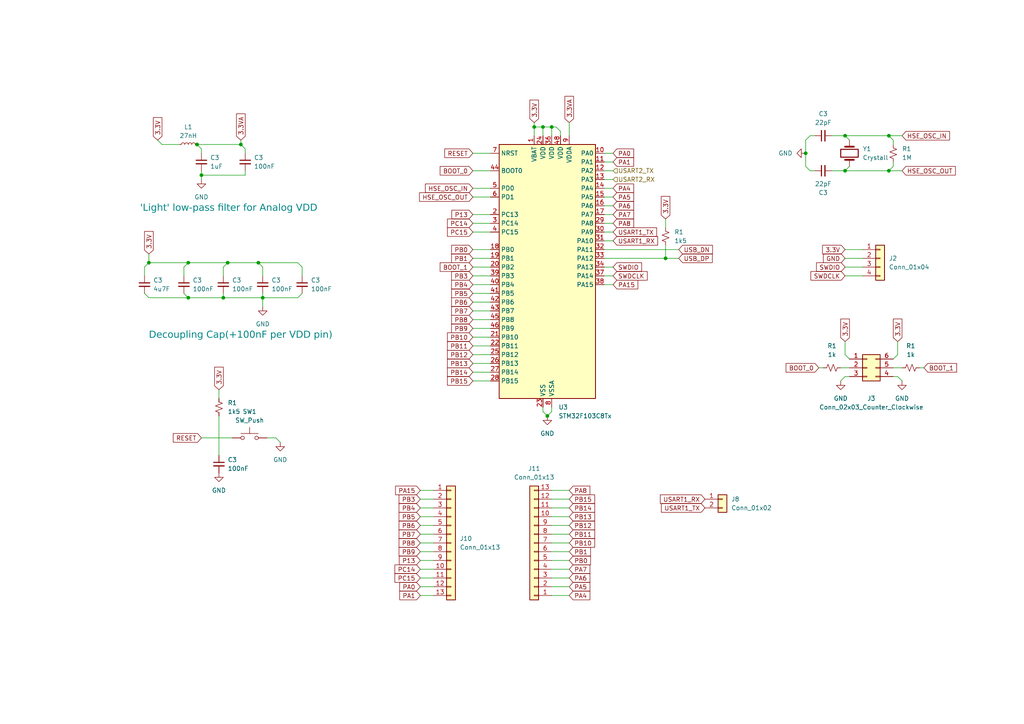
<source format=kicad_sch>
(kicad_sch (version 20230121) (generator eeschema)
  (paper "A4")
  (lib_symbols
    (symbol "Connector_Generic:Conn_01x02" (pin_names (offset 1.016) hide)
      (property "Reference" "J" (at 0 2.54 0))
      (property "Value" "Conn_01x02" (at 0 -5.08 0))
      (symbol "Conn_01x02_1_1"
        (rectangle (start -1.27 -2.413) (end 0 -2.667) (stroke (width 0.1524)))
        (rectangle (start -1.27 0.127) (end 0 -0.127) (stroke (width 0.1524)))
        (rectangle (start -1.27 1.27) (end 1.27 -3.81) (stroke (width 0.254)) (fill (type background)))
        (pin passive line (at -5.08 0 0) (length 3.81) (name "Pin_1") (number "1"))
        (pin passive line (at -5.08 -2.54 0) (length 3.81) (name "Pin_2") (number "2"))
      )
    )
    (symbol "Connector_Generic:Conn_01x04" (pin_names (offset 1.016) hide)
      (property "Reference" "J" (at 0 5.08 0))
      (property "Value" "Conn_01x04" (at 0 -7.62 0))
      (symbol "Conn_01x04_1_1"
        (rectangle (start -1.27 -4.953) (end 0 -5.207) (stroke (width 0.1524)))
        (rectangle (start -1.27 -2.413) (end 0 -2.667) (stroke (width 0.1524)))
        (rectangle (start -1.27 0.127) (end 0 -0.127) (stroke (width 0.1524)))
        (rectangle (start -1.27 2.667) (end 0 2.413) (stroke (width 0.1524)))
        (rectangle (start -1.27 3.81) (end 1.27 -6.35) (stroke (width 0.254)) (fill (type background)))
        (pin passive line (at -5.08 2.54 0) (length 3.81) (name "Pin_1") (number "1"))
        (pin passive line (at -5.08 0 0) (length 3.81) (name "Pin_2") (number "2"))
        (pin passive line (at -5.08 -2.54 0) (length 3.81) (name "Pin_3") (number "3"))
        (pin passive line (at -5.08 -5.08 0) (length 3.81) (name "Pin_4") (number "4"))
      )
    )
    (symbol "Connector_Generic:Conn_01x13" (pin_names (offset 1.016) hide)
      (property "Reference" "J" (at 0 17.78 0))
      (property "Value" "Conn_01x13" (at 0 -17.78 0))
      (symbol "Conn_01x13_1_1"
        (rectangle (start -1.27 -15.113) (end 0 -15.367) (stroke (width 0.1524)))
        (rectangle (start -1.27 -12.573) (end 0 -12.827) (stroke (width 0.1524)))
        (rectangle (start -1.27 -10.033) (end 0 -10.287) (stroke (width 0.1524)))
        (rectangle (start -1.27 -7.493) (end 0 -7.747) (stroke (width 0.1524)))
        (rectangle (start -1.27 -4.953) (end 0 -5.207) (stroke (width 0.1524)))
        (rectangle (start -1.27 -2.413) (end 0 -2.667) (stroke (width 0.1524)))
        (rectangle (start -1.27 0.127) (end 0 -0.127) (stroke (width 0.1524)))
        (rectangle (start -1.27 2.667) (end 0 2.413) (stroke (width 0.1524)))
        (rectangle (start -1.27 5.207) (end 0 4.953) (stroke (width 0.1524)))
        (rectangle (start -1.27 7.747) (end 0 7.493) (stroke (width 0.1524)))
        (rectangle (start -1.27 10.287) (end 0 10.033) (stroke (width 0.1524)))
        (rectangle (start -1.27 12.827) (end 0 12.573) (stroke (width 0.1524)))
        (rectangle (start -1.27 15.367) (end 0 15.113) (stroke (width 0.1524)))
        (rectangle (start -1.27 16.51) (end 1.27 -16.51) (stroke (width 0.254)) (fill (type background)))
        (pin passive line (at -5.08 15.24 0) (length 3.81) (name "Pin_1") (number "1"))
        (pin passive line (at -5.08 -7.62 0) (length 3.81) (name "Pin_10") (number "10"))
        (pin passive line (at -5.08 -10.16 0) (length 3.81) (name "Pin_11") (number "11"))
        (pin passive line (at -5.08 -12.7 0) (length 3.81) (name "Pin_12") (number "12"))
        (pin passive line (at -5.08 -15.24 0) (length 3.81) (name "Pin_13") (number "13"))
        (pin passive line (at -5.08 12.7 0) (length 3.81) (name "Pin_2") (number "2"))
        (pin passive line (at -5.08 10.16 0) (length 3.81) (name "Pin_3") (number "3"))
        (pin passive line (at -5.08 7.62 0) (length 3.81) (name "Pin_4") (number "4"))
        (pin passive line (at -5.08 5.08 0) (length 3.81) (name "Pin_5") (number "5"))
        (pin passive line (at -5.08 2.54 0) (length 3.81) (name "Pin_6") (number "6"))
        (pin passive line (at -5.08 0 0) (length 3.81) (name "Pin_7") (number "7"))
        (pin passive line (at -5.08 -2.54 0) (length 3.81) (name "Pin_8") (number "8"))
        (pin passive line (at -5.08 -5.08 0) (length 3.81) (name "Pin_9") (number "9"))
      )
    )
    (symbol "Connector_Generic:Conn_02x03_Counter_Clockwise" (pin_names (offset 1.016) hide)
      (property "Reference" "J" (at 1.27 5.08 0))
      (property "Value" "Conn_02x03_Counter_Clockwise" (at 1.27 -5.08 0))
      (symbol "Conn_02x03_Counter_Clockwise_1_1"
        (rectangle (start -1.27 -2.413) (end 0 -2.667) (stroke (width 0.1524)))
        (rectangle (start -1.27 0.127) (end 0 -0.127) (stroke (width 0.1524)))
        (rectangle (start -1.27 2.667) (end 0 2.413) (stroke (width 0.1524)))
        (rectangle (start -1.27 3.81) (end 3.81 -3.81) (stroke (width 0.254)) (fill (type background)))
        (rectangle (start 3.81 -2.413) (end 2.54 -2.667) (stroke (width 0.1524)))
        (rectangle (start 3.81 0.127) (end 2.54 -0.127) (stroke (width 0.1524)))
        (rectangle (start 3.81 2.667) (end 2.54 2.413) (stroke (width 0.1524)))
        (pin passive line (at -5.08 2.54 0) (length 3.81) (name "Pin_1") (number "1"))
        (pin passive line (at -5.08 0 0) (length 3.81) (name "Pin_2") (number "2"))
        (pin passive line (at -5.08 -2.54 0) (length 3.81) (name "Pin_3") (number "3"))
        (pin passive line (at 7.62 -2.54 180) (length 3.81) (name "Pin_4") (number "4"))
        (pin passive line (at 7.62 0 180) (length 3.81) (name "Pin_5") (number "5"))
        (pin passive line (at 7.62 2.54 180) (length 3.81) (name "Pin_6") (number "6"))
      )
    )
    (symbol "Device:C_Small" (pin_numbers hide) (pin_names (offset 0.254) hide)
      (property "Reference" "C" (at 0.254 1.778 0))
      (property "Value" "C_Small" (at 0.254 -2.032 0))
      (symbol "C_Small_0_1"
        (polyline (pts (xy -1.524 -0.508) (xy 1.524 -0.508)) (stroke (width 0.3302)))
        (polyline (pts (xy -1.524 0.508) (xy 1.524 0.508)) (stroke (width 0.3048)))
      )
      (symbol "C_Small_1_1"
        (pin passive line (at 0 2.54 270) (length 2.032) (name "~") (number "1"))
        (pin passive line (at 0 -2.54 90) (length 2.032) (name "~") (number "2"))
      )
    )
    (symbol "Device:Crystal" (pin_numbers hide) (pin_names (offset 1.016) hide)
      (property "Reference" "Y" (at 0 3.81 0))
      (property "Value" "Crystal" (at 0 -3.81 0))
      (symbol "Crystal_0_1"
        (rectangle (start -1.143 2.54) (end 1.143 -2.54) (stroke (width 0.3048)))
        (polyline (pts (xy -2.54 0) (xy -1.905 0)))
        (polyline (pts (xy -1.905 -1.27) (xy -1.905 1.27)) (stroke (width 0.508)))
        (polyline (pts (xy 1.905 -1.27) (xy 1.905 1.27)) (stroke (width 0.508)))
        (polyline (pts (xy 2.54 0) (xy 1.905 0)))
      )
      (symbol "Crystal_1_1"
        (pin passive line (at -3.81 0 0) (length 1.27) (name "1") (number "1"))
        (pin passive line (at 3.81 0 180) (length 1.27) (name "2") (number "2"))
      )
    )
    (symbol "Device:L_Small" (pin_numbers hide) (pin_names (offset 0.254) hide)
      (property "Reference" "L" (at 0.762 1.016 0))
      (property "Value" "L_Small" (at 0.762 -1.016 0))
      (symbol "L_Small_0_1"
        (arc (start 0 -2.032) (mid 0.5058 -1.524) (end 0 -1.016))
        (arc (start 0 -1.016) (mid 0.5058 -0.508) (end 0 0))
        (arc (start 0 0) (mid 0.5058 0.508) (end 0 1.016))
        (arc (start 0 1.016) (mid 0.5058 1.524) (end 0 2.032))
      )
      (symbol "L_Small_1_1"
        (pin passive line (at 0 2.54 270) (length 0.508) (name "~") (number "1"))
        (pin passive line (at 0 -2.54 90) (length 0.508) (name "~") (number "2"))
      )
    )
    (symbol "Device:R_Small_US" (pin_numbers hide) (pin_names (offset 0.254) hide)
      (property "Reference" "R" (at 0.762 0.508 0))
      (property "Value" "R_Small_US" (at 0.762 -1.016 0))
      (symbol "R_Small_US_1_1"
        (polyline (pts (xy 0 0) (xy 1.016 -0.381) (xy 0 -0.762) (xy -1.016 -1.143) (xy 0 -1.524)))
        (polyline (pts (xy 0 1.524) (xy 1.016 1.143) (xy 0 0.762) (xy -1.016 0.381) (xy 0 0)))
        (pin passive line (at 0 2.54 270) (length 1.016) (name "~") (number "1"))
        (pin passive line (at 0 -2.54 90) (length 1.016) (name "~") (number "2"))
      )
    )
    (symbol "MCU_ST_STM32F1:STM32F103C8Tx"
      (property "Reference" "U" (at -12.7 39.37 0))
      (property "Value" "STM32F103C8Tx" (at 10.16 39.37 0))
      (symbol "STM32F103C8Tx_0_1"
        (rectangle (start -12.7 -35.56) (end 15.24 38.1) (stroke (width 0.254)) (fill (type background)))
      )
      (symbol "STM32F103C8Tx_1_1"
        (pin power_in line (at -2.54 40.64 270) (length 2.54) (name "VBAT") (number "1"))
        (pin bidirectional line (at 17.78 35.56 180) (length 2.54) (name "PA0") (number "10"))
        (pin bidirectional line (at 17.78 33.02 180) (length 2.54) (name "PA1") (number "11"))
        (pin bidirectional line (at 17.78 30.48 180) (length 2.54) (name "PA2") (number "12"))
        (pin bidirectional line (at 17.78 27.94 180) (length 2.54) (name "PA3") (number "13"))
        (pin bidirectional line (at 17.78 25.4 180) (length 2.54) (name "PA4") (number "14"))
        (pin bidirectional line (at 17.78 22.86 180) (length 2.54) (name "PA5") (number "15"))
        (pin bidirectional line (at 17.78 20.32 180) (length 2.54) (name "PA6") (number "16"))
        (pin bidirectional line (at 17.78 17.78 180) (length 2.54) (name "PA7") (number "17"))
        (pin bidirectional line (at -15.24 7.62 0) (length 2.54) (name "PB0") (number "18"))
        (pin bidirectional line (at -15.24 5.08 0) (length 2.54) (name "PB1") (number "19"))
        (pin bidirectional line (at -15.24 17.78 0) (length 2.54) (name "PC13") (number "2"))
        (pin bidirectional line (at -15.24 2.54 0) (length 2.54) (name "PB2") (number "20"))
        (pin bidirectional line (at -15.24 -17.78 0) (length 2.54) (name "PB10") (number "21"))
        (pin bidirectional line (at -15.24 -20.32 0) (length 2.54) (name "PB11") (number "22"))
        (pin power_in line (at 0 -38.1 90) (length 2.54) (name "VSS") (number "23"))
        (pin power_in line (at 0 40.64 270) (length 2.54) (name "VDD") (number "24"))
        (pin bidirectional line (at -15.24 -22.86 0) (length 2.54) (name "PB12") (number "25"))
        (pin bidirectional line (at -15.24 -25.4 0) (length 2.54) (name "PB13") (number "26"))
        (pin bidirectional line (at -15.24 -27.94 0) (length 2.54) (name "PB14") (number "27"))
        (pin bidirectional line (at -15.24 -30.48 0) (length 2.54) (name "PB15") (number "28"))
        (pin bidirectional line (at 17.78 15.24 180) (length 2.54) (name "PA8") (number "29"))
        (pin bidirectional line (at -15.24 15.24 0) (length 2.54) (name "PC14") (number "3"))
        (pin bidirectional line (at 17.78 12.7 180) (length 2.54) (name "PA9") (number "30"))
        (pin bidirectional line (at 17.78 10.16 180) (length 2.54) (name "PA10") (number "31"))
        (pin bidirectional line (at 17.78 7.62 180) (length 2.54) (name "PA11") (number "32"))
        (pin bidirectional line (at 17.78 5.08 180) (length 2.54) (name "PA12") (number "33"))
        (pin bidirectional line (at 17.78 2.54 180) (length 2.54) (name "PA13") (number "34"))
        (pin passive line (at 0 -38.1 90) (length 2.54) hide (name "VSS") (number "35"))
        (pin power_in line (at 2.54 40.64 270) (length 2.54) (name "VDD") (number "36"))
        (pin bidirectional line (at 17.78 0 180) (length 2.54) (name "PA14") (number "37"))
        (pin bidirectional line (at 17.78 -2.54 180) (length 2.54) (name "PA15") (number "38"))
        (pin bidirectional line (at -15.24 0 0) (length 2.54) (name "PB3") (number "39"))
        (pin bidirectional line (at -15.24 12.7 0) (length 2.54) (name "PC15") (number "4"))
        (pin bidirectional line (at -15.24 -2.54 0) (length 2.54) (name "PB4") (number "40"))
        (pin bidirectional line (at -15.24 -5.08 0) (length 2.54) (name "PB5") (number "41"))
        (pin bidirectional line (at -15.24 -7.62 0) (length 2.54) (name "PB6") (number "42"))
        (pin bidirectional line (at -15.24 -10.16 0) (length 2.54) (name "PB7") (number "43"))
        (pin input line (at -15.24 30.48 0) (length 2.54) (name "BOOT0") (number "44"))
        (pin bidirectional line (at -15.24 -12.7 0) (length 2.54) (name "PB8") (number "45"))
        (pin bidirectional line (at -15.24 -15.24 0) (length 2.54) (name "PB9") (number "46"))
        (pin passive line (at 0 -38.1 90) (length 2.54) hide (name "VSS") (number "47"))
        (pin power_in line (at 5.08 40.64 270) (length 2.54) (name "VDD") (number "48"))
        (pin bidirectional line (at -15.24 25.4 0) (length 2.54) (name "PD0") (number "5"))
        (pin bidirectional line (at -15.24 22.86 0) (length 2.54) (name "PD1") (number "6"))
        (pin input line (at -15.24 35.56 0) (length 2.54) (name "NRST") (number "7"))
        (pin power_in line (at 2.54 -38.1 90) (length 2.54) (name "VSSA") (number "8"))
        (pin power_in line (at 7.62 40.64 270) (length 2.54) (name "VDDA") (number "9"))
      )
    )
    (symbol "Switch:SW_Push" (pin_numbers hide) (pin_names (offset 1.016) hide)
      (property "Reference" "SW" (at 1.27 2.54 0))
      (property "Value" "SW_Push" (at 0 -1.524 0))
      (symbol "SW_Push_0_1"
        (circle (center -2.032 0) (radius 0.508))
        (polyline (pts (xy 0 1.27) (xy 0 3.048)))
        (polyline (pts (xy 2.54 1.27) (xy -2.54 1.27)))
        (circle (center 2.032 0) (radius 0.508))
        (pin passive line (at -5.08 0 0) (length 2.54) (name "1") (number "1"))
        (pin passive line (at 5.08 0 180) (length 2.54) (name "2") (number "2"))
      )
    )
    (symbol "power:GND" (power) (pin_names (offset 0))
      (property "Value" "GND" (at 0 -3.81 0))
      (symbol "GND_0_1"
        (polyline (pts (xy 0 0) (xy 0 -1.27) (xy 1.27 -1.27) (xy 0 -2.54) (xy -1.27 -1.27) (xy 0 -1.27)))
      )
      (symbol "GND_1_1"
        (pin power_in line (at 0 0 270) (length 0) hide (name "GND") (number "1"))
      )
    )
  )
  (junction (at 257.81 49.53))
  (junction (at 54.61 76.2))
  (junction (at 257.81 39.37))
  (junction (at 74.93 76.2))
  (junction (at 66.04 76.2))
  (junction (at 154.94 36.83))
  (junction (at 43.18 76.2))
  (junction (at 160.02 36.83))
  (junction (at 64.77 86.36))
  (junction (at 193.04 74.93))
  (junction (at 54.61 86.36))
  (junction (at 58.42 50.8))
  (junction (at 245.11 39.37))
  (junction (at 157.48 36.83))
  (junction (at 57.15 41.91))
  (junction (at 76.2 86.36))
  (junction (at 69.85 41.91))
  (junction (at 245.11 49.53))
  (junction (at 158.75 120.65))
  (junction (at 233.68 44.45))
  (wire (pts (xy 160.02 167.64) (xy 165.1 167.64)))
  (wire (pts (xy 121.92 144.78) (xy 125.73 144.78)))
  (wire (pts (xy 121.92 172.72) (xy 125.73 172.72)))
  (wire (pts (xy 63.5 113.03) (xy 63.5 115.57)))
  (wire (pts (xy 45.72 40.64) (xy 46.99 41.91)))
  (wire (pts (xy 257.81 49.53) (xy 259.08 48.26)))
  (wire (pts (xy 246.38 40.64) (xy 245.11 39.37)))
  (wire (pts (xy 121.92 170.18) (xy 125.73 170.18)))
  (wire (pts (xy 121.92 162.56) (xy 125.73 162.56)))
  (wire (pts (xy 64.77 77.47) (xy 66.04 76.2)))
  (wire (pts (xy 137.16 85.09) (xy 142.24 85.09)))
  (wire (pts (xy 160.02 36.83) (xy 160.02 39.37)))
  (wire (pts (xy 160.02 144.78) (xy 165.1 144.78)))
  (wire (pts (xy 54.61 86.36) (xy 64.77 86.36)))
  (wire (pts (xy 157.48 36.83) (xy 157.48 39.37)))
  (wire (pts (xy 58.42 50.8) (xy 71.12 50.8)))
  (wire (pts (xy 160.02 154.94) (xy 165.1 154.94)))
  (wire (pts (xy 137.16 100.33) (xy 142.24 100.33)))
  (wire (pts (xy 259.08 106.68) (xy 261.62 106.68)))
  (wire (pts (xy 245.11 39.37) (xy 257.81 39.37)))
  (wire (pts (xy 154.94 36.83) (xy 157.48 36.83)))
  (wire (pts (xy 71.12 43.18) (xy 71.12 44.45)))
  (wire (pts (xy 241.3 39.37) (xy 245.11 39.37)))
  (wire (pts (xy 160.02 152.4) (xy 165.1 152.4)))
  (wire (pts (xy 137.16 90.17) (xy 142.24 90.17)))
  (wire (pts (xy 76.2 86.36) (xy 86.36 86.36)))
  (wire (pts (xy 193.04 63.5) (xy 193.04 66.04)))
  (wire (pts (xy 175.26 57.15) (xy 177.8 57.15)))
  (wire (pts (xy 175.26 46.99) (xy 177.8 46.99)))
  (wire (pts (xy 137.16 49.53) (xy 142.24 49.53)))
  (wire (pts (xy 63.5 120.65) (xy 63.5 132.08)))
  (wire (pts (xy 41.91 77.47) (xy 43.18 76.2)))
  (wire (pts (xy 259.08 40.64) (xy 259.08 41.91)))
  (wire (pts (xy 137.16 72.39) (xy 142.24 72.39)))
  (wire (pts (xy 53.34 77.47) (xy 54.61 76.2)))
  (wire (pts (xy 160.02 170.18) (xy 165.1 170.18)))
  (wire (pts (xy 137.16 77.47) (xy 142.24 77.47)))
  (wire (pts (xy 175.26 77.47) (xy 177.8 77.47)))
  (wire (pts (xy 69.85 40.64) (xy 69.85 41.91)))
  (wire (pts (xy 137.16 107.95) (xy 142.24 107.95)))
  (wire (pts (xy 233.68 44.45) (xy 233.68 48.26)))
  (wire (pts (xy 234.95 49.53) (xy 236.22 49.53)))
  (wire (pts (xy 175.26 44.45) (xy 177.8 44.45)))
  (wire (pts (xy 64.77 86.36) (xy 76.2 86.36)))
  (wire (pts (xy 193.04 74.93) (xy 196.85 74.93)))
  (wire (pts (xy 157.48 119.38) (xy 158.75 120.65)))
  (wire (pts (xy 162.56 38.1) (xy 161.29 36.83)))
  (wire (pts (xy 43.18 76.2) (xy 54.61 76.2)))
  (wire (pts (xy 162.56 38.1) (xy 162.56 39.37)))
  (wire (pts (xy 87.63 77.47) (xy 87.63 80.01)))
  (wire (pts (xy 175.26 52.07) (xy 177.8 52.07)))
  (wire (pts (xy 175.26 54.61) (xy 177.8 54.61)))
  (wire (pts (xy 53.34 77.47) (xy 53.34 80.01)))
  (wire (pts (xy 57.15 41.91) (xy 58.42 43.18)))
  (wire (pts (xy 245.11 109.22) (xy 246.38 109.22)))
  (wire (pts (xy 165.1 35.56) (xy 165.1 39.37)))
  (wire (pts (xy 259.08 109.22) (xy 260.35 109.22)))
  (wire (pts (xy 64.77 80.01) (xy 64.77 77.47)))
  (wire (pts (xy 58.42 50.8) (xy 58.42 52.07)))
  (wire (pts (xy 257.81 39.37) (xy 259.08 40.64)))
  (wire (pts (xy 241.3 49.53) (xy 245.11 49.53)))
  (wire (pts (xy 137.16 95.25) (xy 142.24 95.25)))
  (wire (pts (xy 121.92 157.48) (xy 125.73 157.48)))
  (wire (pts (xy 237.49 106.68) (xy 238.76 106.68)))
  (wire (pts (xy 76.2 86.36) (xy 76.2 88.9)))
  (wire (pts (xy 154.94 35.56) (xy 154.94 36.83)))
  (wire (pts (xy 76.2 80.01) (xy 76.2 77.47)))
  (wire (pts (xy 86.36 76.2) (xy 87.63 77.47)))
  (wire (pts (xy 58.42 127) (xy 67.31 127)))
  (wire (pts (xy 261.62 49.53) (xy 257.81 49.53)))
  (wire (pts (xy 137.16 54.61) (xy 142.24 54.61)))
  (wire (pts (xy 137.16 44.45) (xy 142.24 44.45)))
  (wire (pts (xy 137.16 92.71) (xy 142.24 92.71)))
  (wire (pts (xy 245.11 109.22) (xy 243.84 110.49)))
  (wire (pts (xy 175.26 80.01) (xy 177.8 80.01)))
  (wire (pts (xy 175.26 59.69) (xy 177.8 59.69)))
  (wire (pts (xy 260.35 102.87) (xy 259.08 104.14)))
  (wire (pts (xy 260.35 109.22) (xy 261.62 110.49)))
  (wire (pts (xy 245.11 74.93) (xy 250.19 74.93)))
  (wire (pts (xy 160.02 160.02) (xy 165.1 160.02)))
  (wire (pts (xy 234.95 39.37) (xy 233.68 40.64)))
  (wire (pts (xy 267.97 106.68) (xy 266.7 106.68)))
  (wire (pts (xy 175.26 62.23) (xy 177.8 62.23)))
  (wire (pts (xy 57.15 41.91) (xy 69.85 41.91)))
  (wire (pts (xy 160.02 157.48) (xy 165.1 157.48)))
  (wire (pts (xy 245.11 49.53) (xy 257.81 49.53)))
  (wire (pts (xy 175.26 82.55) (xy 177.8 82.55)))
  (wire (pts (xy 245.11 77.47) (xy 250.19 77.47)))
  (wire (pts (xy 76.2 77.47) (xy 74.93 76.2)))
  (wire (pts (xy 233.68 40.64) (xy 233.68 44.45)))
  (wire (pts (xy 160.02 172.72) (xy 165.1 172.72)))
  (wire (pts (xy 121.92 154.94) (xy 125.73 154.94)))
  (wire (pts (xy 137.16 74.93) (xy 142.24 74.93)))
  (wire (pts (xy 121.92 167.64) (xy 125.73 167.64)))
  (wire (pts (xy 137.16 67.31) (xy 142.24 67.31)))
  (wire (pts (xy 175.26 49.53) (xy 177.8 49.53)))
  (wire (pts (xy 245.11 102.87) (xy 246.38 104.14)))
  (wire (pts (xy 137.16 110.49) (xy 142.24 110.49)))
  (wire (pts (xy 243.84 106.68) (xy 246.38 106.68)))
  (wire (pts (xy 80.01 127) (xy 81.28 128.27)))
  (wire (pts (xy 175.26 67.31) (xy 177.8 67.31)))
  (wire (pts (xy 137.16 64.77) (xy 142.24 64.77)))
  (wire (pts (xy 260.35 99.06) (xy 260.35 102.87)))
  (wire (pts (xy 160.02 165.1) (xy 165.1 165.1)))
  (wire (pts (xy 121.92 147.32) (xy 125.73 147.32)))
  (wire (pts (xy 245.11 72.39) (xy 250.19 72.39)))
  (wire (pts (xy 233.68 48.26) (xy 234.95 49.53)))
  (wire (pts (xy 71.12 49.53) (xy 71.12 50.8)))
  (wire (pts (xy 121.92 165.1) (xy 125.73 165.1)))
  (wire (pts (xy 245.11 99.06) (xy 245.11 102.87)))
  (wire (pts (xy 259.08 46.99) (xy 259.08 48.26)))
  (wire (pts (xy 58.42 49.53) (xy 58.42 50.8)))
  (wire (pts (xy 160.02 147.32) (xy 165.1 147.32)))
  (wire (pts (xy 175.26 69.85) (xy 177.8 69.85)))
  (wire (pts (xy 137.16 105.41) (xy 142.24 105.41)))
  (wire (pts (xy 160.02 118.11) (xy 160.02 119.38)))
  (wire (pts (xy 58.42 43.18) (xy 58.42 44.45)))
  (wire (pts (xy 246.38 48.26) (xy 245.11 49.53)))
  (wire (pts (xy 154.94 36.83) (xy 154.94 39.37)))
  (wire (pts (xy 137.16 82.55) (xy 142.24 82.55)))
  (wire (pts (xy 53.34 85.09) (xy 54.61 86.36)))
  (wire (pts (xy 245.11 80.01) (xy 250.19 80.01)))
  (wire (pts (xy 43.18 73.66) (xy 43.18 76.2)))
  (wire (pts (xy 76.2 85.09) (xy 76.2 86.36)))
  (wire (pts (xy 86.36 86.36) (xy 87.63 85.09)))
  (wire (pts (xy 121.92 160.02) (xy 125.73 160.02)))
  (wire (pts (xy 69.85 41.91) (xy 71.12 43.18)))
  (wire (pts (xy 121.92 149.86) (xy 125.73 149.86)))
  (wire (pts (xy 160.02 162.56) (xy 165.1 162.56)))
  (wire (pts (xy 74.93 76.2) (xy 86.36 76.2)))
  (wire (pts (xy 193.04 71.12) (xy 193.04 74.93)))
  (wire (pts (xy 77.47 127) (xy 80.01 127)))
  (wire (pts (xy 121.92 142.24) (xy 125.73 142.24)))
  (wire (pts (xy 54.61 76.2) (xy 66.04 76.2)))
  (wire (pts (xy 41.91 77.47) (xy 41.91 80.01)))
  (wire (pts (xy 160.02 142.24) (xy 165.1 142.24)))
  (wire (pts (xy 160.02 36.83) (xy 161.29 36.83)))
  (wire (pts (xy 175.26 74.93) (xy 193.04 74.93)))
  (wire (pts (xy 137.16 62.23) (xy 142.24 62.23)))
  (wire (pts (xy 236.22 39.37) (xy 234.95 39.37)))
  (wire (pts (xy 64.77 85.09) (xy 64.77 86.36)))
  (wire (pts (xy 41.91 85.09) (xy 43.18 86.36)))
  (wire (pts (xy 137.16 87.63) (xy 142.24 87.63)))
  (wire (pts (xy 137.16 80.01) (xy 142.24 80.01)))
  (wire (pts (xy 157.48 36.83) (xy 160.02 36.83)))
  (wire (pts (xy 175.26 64.77) (xy 177.8 64.77)))
  (wire (pts (xy 137.16 57.15) (xy 142.24 57.15)))
  (wire (pts (xy 43.18 86.36) (xy 54.61 86.36)))
  (wire (pts (xy 121.92 152.4) (xy 125.73 152.4)))
  (wire (pts (xy 160.02 149.86) (xy 165.1 149.86)))
  (wire (pts (xy 160.02 119.38) (xy 158.75 120.65)))
  (wire (pts (xy 261.62 39.37) (xy 257.81 39.37)))
  (wire (pts (xy 175.26 72.39) (xy 196.85 72.39)))
  (wire (pts (xy 157.48 118.11) (xy 157.48 119.38)))
  (wire (pts (xy 66.04 76.2) (xy 74.93 76.2)))
  (wire (pts (xy 137.16 102.87) (xy 142.24 102.87)))
  (wire (pts (xy 137.16 97.79) (xy 142.24 97.79)))
  (wire (pts (xy 46.99 41.91) (xy 52.07 41.91)))
  (text "Decoupling Cap(+100nF per VDD pin)\n" (at 43.18 99.06 0) (effects (font (size 2 2)) (justify left bottom)))
  (text "'Light' low-pass filter for Analog VDD" (at 40.64 62.23 0) (effects (font (size 2 2)) (justify left bottom)))
  (global_label "PB11" (shape input) (at 137.16 100.33 180) (property "Intersheetrefs" "${INTERSHEET_REFS}" (effects hide)))
  (global_label "PB13" (shape input) (at 137.16 105.41 180) (property "Intersheetrefs" "${INTERSHEET_REFS}" (effects hide)))
  (global_label "HSE_OSC_IN" (shape input) (at 261.62 39.37 0) (property "Intersheetrefs" "${INTERSHEET_REFS}" (effects hide)))
  (global_label "PB7" (shape input) (at 137.16 90.17 180) (property "Intersheetrefs" "${INTERSHEET_REFS}" (effects hide)))
  (global_label "PA7" (shape input) (at 165.1 165.1 0) (property "Intersheetrefs" "${INTERSHEET_REFS}" (effects hide)))
  (global_label "PB1" (shape input) (at 165.1 160.02 0) (property "Intersheetrefs" "${INTERSHEET_REFS}" (effects hide)))
  (global_label "3.3V" (shape input) (at 193.04 63.5 90) (property "Intersheetrefs" "${INTERSHEET_REFS}" (effects hide)))
  (global_label "RESET" (shape input) (at 137.16 44.45 180) (property "Intersheetrefs" "${INTERSHEET_REFS}" (effects hide)))
  (global_label "PB15" (shape input) (at 137.16 110.49 180) (property "Intersheetrefs" "${INTERSHEET_REFS}" (effects hide)))
  (global_label "3.3V" (shape input) (at 154.94 35.56 90) (property "Intersheetrefs" "${INTERSHEET_REFS}" (effects hide)))
  (global_label "RESET" (shape input) (at 58.42 127 180) (property "Intersheetrefs" "${INTERSHEET_REFS}" (effects hide)))
  (global_label "SWDCLK" (shape input) (at 245.11 80.01 180) (property "Intersheetrefs" "${INTERSHEET_REFS}" (effects hide)))
  (global_label "BOOT_0" (shape input) (at 237.49 106.68 180) (property "Intersheetrefs" "${INTERSHEET_REFS}" (effects hide)))
  (global_label "PB14" (shape input) (at 165.1 147.32 0) (property "Intersheetrefs" "${INTERSHEET_REFS}" (effects hide)))
  (global_label "PB0" (shape input) (at 165.1 162.56 0) (property "Intersheetrefs" "${INTERSHEET_REFS}" (effects hide)))
  (global_label "PA0" (shape input) (at 177.8 44.45 0) (property "Intersheetrefs" "${INTERSHEET_REFS}" (effects hide)))
  (global_label "USART1_TX" (shape input) (at 177.8 67.31 0) (property "Intersheetrefs" "${INTERSHEET_REFS}" (effects hide)))
  (global_label "3.3V" (shape input) (at 43.18 73.66 90) (property "Intersheetrefs" "${INTERSHEET_REFS}" (effects hide)))
  (global_label "PB13" (shape input) (at 165.1 149.86 0) (property "Intersheetrefs" "${INTERSHEET_REFS}" (effects hide)))
  (global_label "SWDCLK" (shape input) (at 177.8 80.01 0) (property "Intersheetrefs" "${INTERSHEET_REFS}" (effects hide)))
  (global_label "PB5" (shape input) (at 137.16 85.09 180) (property "Intersheetrefs" "${INTERSHEET_REFS}" (effects hide)))
  (global_label "PA4" (shape input) (at 165.1 172.72 0) (property "Intersheetrefs" "${INTERSHEET_REFS}" (effects hide)))
  (global_label "PC14" (shape input) (at 121.92 165.1 180) (property "Intersheetrefs" "${INTERSHEET_REFS}" (effects hide)))
  (global_label "PA8" (shape input) (at 165.1 142.24 0) (property "Intersheetrefs" "${INTERSHEET_REFS}" (effects hide)))
  (global_label "3.3V" (shape input) (at 260.35 99.06 90) (property "Intersheetrefs" "${INTERSHEET_REFS}" (effects hide)))
  (global_label "PB5" (shape input) (at 121.92 149.86 180) (property "Intersheetrefs" "${INTERSHEET_REFS}" (effects hide)))
  (global_label "PA0" (shape input) (at 121.92 170.18 180) (property "Intersheetrefs" "${INTERSHEET_REFS}" (effects hide)))
  (global_label "PB4" (shape input) (at 121.92 147.32 180) (property "Intersheetrefs" "${INTERSHEET_REFS}" (effects hide)))
  (global_label "GND" (shape input) (at 245.11 74.93 180) (property "Intersheetrefs" "${INTERSHEET_REFS}" (effects hide)))
  (global_label "PA1" (shape input) (at 121.92 172.72 180) (property "Intersheetrefs" "${INTERSHEET_REFS}" (effects hide)))
  (global_label "PC14" (shape input) (at 137.16 64.77 180) (property "Intersheetrefs" "${INTERSHEET_REFS}" (effects hide)))
  (global_label "PA6" (shape input) (at 165.1 167.64 0) (property "Intersheetrefs" "${INTERSHEET_REFS}" (effects hide)))
  (global_label "PC15" (shape input) (at 121.92 167.64 180) (property "Intersheetrefs" "${INTERSHEET_REFS}" (effects hide)))
  (global_label "PB0" (shape input) (at 137.16 72.39 180) (property "Intersheetrefs" "${INTERSHEET_REFS}" (effects hide)))
  (global_label "PA15" (shape input) (at 177.8 82.55 0) (property "Intersheetrefs" "${INTERSHEET_REFS}" (effects hide)))
  (global_label "PB8" (shape input) (at 121.92 157.48 180) (property "Intersheetrefs" "${INTERSHEET_REFS}" (effects hide)))
  (global_label "PB3" (shape input) (at 121.92 144.78 180) (property "Intersheetrefs" "${INTERSHEET_REFS}" (effects hide)))
  (global_label "P13" (shape input) (at 137.16 62.23 180) (property "Intersheetrefs" "${INTERSHEET_REFS}" (effects hide)))
  (global_label "PB9" (shape input) (at 121.92 160.02 180) (property "Intersheetrefs" "${INTERSHEET_REFS}" (effects hide)))
  (global_label "PA1" (shape input) (at 177.8 46.99 0) (property "Intersheetrefs" "${INTERSHEET_REFS}" (effects hide)))
  (global_label "PA6" (shape input) (at 177.8 59.69 0) (property "Intersheetrefs" "${INTERSHEET_REFS}" (effects hide)))
  (global_label "3.3VA" (shape input) (at 69.85 40.64 90) (property "Intersheetrefs" "${INTERSHEET_REFS}" (effects hide)))
  (global_label "PB8" (shape input) (at 137.16 92.71 180) (property "Intersheetrefs" "${INTERSHEET_REFS}" (effects hide)))
  (global_label "PB10" (shape input) (at 137.16 97.79 180) (property "Intersheetrefs" "${INTERSHEET_REFS}" (effects hide)))
  (global_label "HSE_OSC_IN" (shape input) (at 137.16 54.61 180) (property "Intersheetrefs" "${INTERSHEET_REFS}" (effects hide)))
  (global_label "PB1" (shape input) (at 137.16 74.93 180) (property "Intersheetrefs" "${INTERSHEET_REFS}" (effects hide)))
  (global_label "BOOT_1" (shape input) (at 137.16 77.47 180) (property "Intersheetrefs" "${INTERSHEET_REFS}" (effects hide)))
  (global_label "PA7" (shape input) (at 177.8 62.23 0) (property "Intersheetrefs" "${INTERSHEET_REFS}" (effects hide)))
  (global_label "PB11" (shape input) (at 165.1 154.94 0) (property "Intersheetrefs" "${INTERSHEET_REFS}" (effects hide)))
  (global_label "USART1_RX" (shape input) (at 177.8 69.85 0) (property "Intersheetrefs" "${INTERSHEET_REFS}" (effects hide)))
  (global_label "PB6" (shape input) (at 121.92 152.4 180) (property "Intersheetrefs" "${INTERSHEET_REFS}" (effects hide)))
  (global_label "PB4" (shape input) (at 137.16 82.55 180) (property "Intersheetrefs" "${INTERSHEET_REFS}" (effects hide)))
  (global_label "3.3V" (shape input) (at 245.11 72.39 180) (property "Intersheetrefs" "${INTERSHEET_REFS}" (effects hide)))
  (global_label "BOOT_1" (shape input) (at 267.97 106.68 0) (property "Intersheetrefs" "${INTERSHEET_REFS}" (effects hide)))
  (global_label "PB10" (shape input) (at 165.1 157.48 0) (property "Intersheetrefs" "${INTERSHEET_REFS}" (effects hide)))
  (global_label "HSE_OSC_OUT" (shape input) (at 261.62 49.53 0) (property "Intersheetrefs" "${INTERSHEET_REFS}" (effects hide)))
  (global_label "USB_DN" (shape input) (at 196.85 72.39 0) (property "Intersheetrefs" "${INTERSHEET_REFS}" (effects hide)))
  (global_label "3.3V" (shape input) (at 45.72 40.64 90) (property "Intersheetrefs" "${INTERSHEET_REFS}" (effects hide)))
  (global_label "PB7" (shape input) (at 121.92 154.94 180) (property "Intersheetrefs" "${INTERSHEET_REFS}" (effects hide)))
  (global_label "SWDIO" (shape input) (at 245.11 77.47 180) (property "Intersheetrefs" "${INTERSHEET_REFS}" (effects hide)))
  (global_label "PB14" (shape input) (at 137.16 107.95 180) (property "Intersheetrefs" "${INTERSHEET_REFS}" (effects hide)))
  (global_label "3.3V" (shape input) (at 245.11 99.06 90) (property "Intersheetrefs" "${INTERSHEET_REFS}" (effects hide)))
  (global_label "BOOT_0" (shape input) (at 137.16 49.53 180) (property "Intersheetrefs" "${INTERSHEET_REFS}" (effects hide)))
  (global_label "HSE_OSC_OUT" (shape input) (at 137.16 57.15 180) (property "Intersheetrefs" "${INTERSHEET_REFS}" (effects hide)))
  (global_label "PA5" (shape input) (at 177.8 57.15 0) (property "Intersheetrefs" "${INTERSHEET_REFS}" (effects hide)))
  (global_label "PB12" (shape input) (at 137.16 102.87 180) (property "Intersheetrefs" "${INTERSHEET_REFS}" (effects hide)))
  (global_label "PA15" (shape input) (at 121.92 142.24 180) (property "Intersheetrefs" "${INTERSHEET_REFS}" (effects hide)))
  (global_label "PC15" (shape input) (at 137.16 67.31 180) (property "Intersheetrefs" "${INTERSHEET_REFS}" (effects hide)))
  (global_label "USART1_TX" (shape input) (at 204.47 147.32 180) (property "Intersheetrefs" "${INTERSHEET_REFS}" (effects hide)))
  (global_label "PB3" (shape input) (at 137.16 80.01 180) (property "Intersheetrefs" "${INTERSHEET_REFS}" (effects hide)))
  (global_label "PB15" (shape input) (at 165.1 144.78 0) (property "Intersheetrefs" "${INTERSHEET_REFS}" (effects hide)))
  (global_label "PA8" (shape input) (at 177.8 64.77 0) (property "Intersheetrefs" "${INTERSHEET_REFS}" (effects hide)))
  (global_label "PB6" (shape input) (at 137.16 87.63 180) (property "Intersheetrefs" "${INTERSHEET_REFS}" (effects hide)))
  (global_label "USB_DP" (shape input) (at 196.85 74.93 0) (property "Intersheetrefs" "${INTERSHEET_REFS}" (effects hide)))
  (global_label "PA4" (shape input) (at 177.8 54.61 0) (property "Intersheetrefs" "${INTERSHEET_REFS}" (effects hide)))
  (global_label "PB9" (shape input) (at 137.16 95.25 180) (property "Intersheetrefs" "${INTERSHEET_REFS}" (effects hide)))
  (global_label "USART1_RX" (shape input) (at 204.47 144.78 180) (property "Intersheetrefs" "${INTERSHEET_REFS}" (effects hide)))
  (global_label "3.3VA" (shape input) (at 165.1 35.56 90) (property "Intersheetrefs" "${INTERSHEET_REFS}" (effects hide)))
  (global_label "PB12" (shape input) (at 165.1 152.4 0) (property "Intersheetrefs" "${INTERSHEET_REFS}" (effects hide)))
  (global_label "P13" (shape input) (at 121.92 162.56 180) (property "Intersheetrefs" "${INTERSHEET_REFS}" (effects hide)))
  (global_label "3.3V" (shape input) (at 63.5 113.03 90) (property "Intersheetrefs" "${INTERSHEET_REFS}" (effects hide)))
  (global_label "PA5" (shape input) (at 165.1 170.18 0) (property "Intersheetrefs" "${INTERSHEET_REFS}" (effects hide)))
  (global_label "SWDIO" (shape input) (at 177.8 77.47 0) (property "Intersheetrefs" "${INTERSHEET_REFS}" (effects hide)))
  (hierarchical_label "USART2_RX" (shape input) (at 177.8 52.07 0))
  (hierarchical_label "USART2_TX" (shape input) (at 177.8 49.53 0))
  (symbol (lib_id "Device:R_Small_US") (at 193.04 68.58 180) (unit 1)
    (property "Reference" "R1" (at 195.58 67.31 0) (effects (justify right)))
    (property "Value" "1k5" (at 195.58 69.85 0) (effects (justify right)))
    (property "Footprint" "Resistor_SMD:R_0603_1608Metric_Pad0.98x0.95mm_HandSolder" (effects hide))
    (instances (project "LoRa_MuPr-VAF4751" (path "" (reference "R1") (unit 1)) (path "" (reference "R13") (unit 1))) (project "LoRa_MuPr-VAF4751_L" (path "" (reference "R4") (unit 1))))
  )
  (symbol (lib_id "Connector_Generic:Conn_01x13") (at 130.81 157.48 0) (unit 1)
    (property "Reference" "J10" (at 133.35 156.21 0) (effects (justify left)))
    (property "Value" "Conn_01x13" (at 133.35 158.75 0) (effects (justify left)))
    (property "Footprint" "Connector_PinHeader_2.00mm:PinHeader_1x13_P2.00mm_Vertical" (effects hide))
    (instances (project "LoRa_MuPr-VAF4751" (path "" (reference "J10") (unit 1))) (project "LoRa_MuPr-VAF4751_L" (path "" (reference "J6") (unit 1))))
  )
  (symbol (lib_id "Device:C_Small") (at 71.12 46.99 0) (unit 1)
    (property "Reference" "C3" (at 73.66 45.7263 0) (effects (justify left)))
    (property "Value" "100nF" (at 73.66 48.2663 0) (effects (justify left)))
    (property "Footprint" "Capacitor_SMD:C_0603_1608Metric_Pad1.08x0.95mm_HandSolder" (effects hide))
    (instances (project "LoRa_MuPr-VAF4751" (path "" (reference "C3") (unit 1)) (path "" (reference "C20") (unit 1))) (project "LoRa_MuPr-VAF4751_L" (path "" (reference "C7") (unit 1))))
  )
  (symbol (lib_id "power:GND") (at 243.84 110.49 0) (unit 1)
    (property "Reference" "#PWR012" (effects hide))
    (property "Value" "GND" (at 243.84 115.57 0))
    (instances (project "LoRa_MuPr-VAF4751" (path "" (reference "#PWR012") (unit 1))) (project "LoRa_MuPr-VAF4751_L" (path "" (reference "#PWR021") (unit 1))))
  )
  (symbol (lib_id "Switch:SW_Push") (at 72.39 127 0) (unit 1)
    (property "Reference" "SW1" (at 72.39 119.38 0))
    (property "Value" "SW_Push" (at 72.39 121.92 0))
    (property "Footprint" "Button_Switch_SMD:SW_SPST_B3U-1000P" (effects hide))
  )
  (symbol (lib_id "Device:C_Small") (at 238.76 49.53 90) (unit 1)
    (property "Reference" "C3" (at 238.76 55.88 90))
    (property "Value" "22pF" (at 238.76 53.34 90))
    (property "Footprint" "Capacitor_SMD:C_0603_1608Metric_Pad1.08x0.95mm_HandSolder" (effects hide))
    (instances (project "LoRa_MuPr-VAF4751" (path "" (reference "C3") (unit 1)) (path "" (reference "C18") (unit 1))) (project "LoRa_MuPr-VAF4751_L" (path "" (reference "C8") (unit 1))))
  )
  (symbol (lib_id "Device:R_Small_US") (at 264.16 106.68 90) (unit 1)
    (property "Reference" "R1" (at 264.16 100.33 90))
    (property "Value" "1k" (at 264.16 102.87 90))
    (property "Footprint" "Resistor_SMD:R_0603_1608Metric_Pad0.98x0.95mm_HandSolder" (effects hide))
    (instances (project "LoRa_MuPr-VAF4751" (path "" (reference "R1") (unit 1)) (path "" (reference "R10") (unit 1))) (project "LoRa_MuPr-VAF4751_L" (path "" (reference "R6") (unit 1))))
  )
  (symbol (lib_id "power:GND") (at 261.62 110.49 0) (unit 1)
    (property "Reference" "#PWR011" (effects hide))
    (property "Value" "GND" (at 261.62 115.57 0))
    (instances (project "LoRa_MuPr-VAF4751" (path "" (reference "#PWR011") (unit 1))) (project "LoRa_MuPr-VAF4751_L" (path "" (reference "#PWR022") (unit 1))))
  )
  (symbol (lib_id "Device:L_Small") (at 54.61 41.91 90) (unit 1)
    (property "Reference" "L1" (at 54.61 36.83 90))
    (property "Value" "27nH" (at 54.61 39.37 90))
    (property "Footprint" "Inductor_SMD:L_0603_1608Metric" (effects hide))
  )
  (symbol (lib_id "Device:C_Small") (at 41.91 82.55 0) (unit 1)
    (property "Reference" "C3" (at 44.45 81.2863 0) (effects (justify left)))
    (property "Value" "4u7F" (at 44.45 83.8263 0) (effects (justify left)))
    (property "Footprint" "Capacitor_SMD:C_0603_1608Metric_Pad1.08x0.95mm_HandSolder" (effects hide))
    (instances (project "LoRa_MuPr-VAF4751" (path "" (reference "C3") (unit 1)) (path "" (reference "C21") (unit 1))) (project "LoRa_MuPr-VAF4751_L" (path "" (reference "C9") (unit 1))))
  )
  (symbol (lib_id "Connector_Generic:Conn_01x02") (at 209.55 144.78 0) (unit 1)
    (property "Reference" "J8" (at 212.09 144.78 0) (effects (justify left)))
    (property "Value" "Conn_01x02" (at 212.09 147.32 0) (effects (justify left)))
    (property "Footprint" "Connector_PinHeader_2.00mm:PinHeader_1x02_P2.00mm_Vertical" (effects hide))
    (property "Datasheet" "  (effects (font (size 1.27 1.27)) (justify left))" (effects hide))
  )
  (symbol (lib_id "Device:R_Small_US") (at 241.3 106.68 90) (unit 1)
    (property "Reference" "R1" (at 241.3 100.33 90))
    (property "Value" "1k" (at 241.3 102.87 90))
    (property "Footprint" "Resistor_SMD:R_0603_1608Metric_Pad0.98x0.95mm_HandSolder" (effects hide))
    (instances (project "LoRa_MuPr-VAF4751" (path "" (reference "R1") (unit 1)) (path "" (reference "R11") (unit 1))) (project "LoRa_MuPr-VAF4751_L" (path "" (reference "R5") (unit 1))))
  )
  (symbol (lib_id "Device:C_Small") (at 58.42 46.99 0) (unit 1)
    (property "Reference" "C3" (at 60.96 45.7263 0) (effects (justify left)))
    (property "Value" "1uF" (at 60.96 48.2663 0) (effects (justify left)))
    (property "Footprint" "Capacitor_SMD:C_0603_1608Metric_Pad1.08x0.95mm_HandSolder" (effects hide))
    (instances (project "LoRa_MuPr-VAF4751" (path "" (reference "C3") (unit 1)) (path "" (reference "C19") (unit 1))) (project "LoRa_MuPr-VAF4751_L" (path "" (reference "C6") (unit 1))))
  )
  (symbol (lib_id "Device:Crystal") (at 246.38 44.45 90) (unit 1)
    (property "Reference" "Y1" (at 250.19 43.18 90) (effects (justify right)))
    (property "Value" "Crystall" (at 250.19 45.72 90) (effects (justify right)))
    (property "Footprint" "Crystal:Crystal_SMD_HC49-SD" (effects hide))
  )
  (symbol (lib_id "Connector_Generic:Conn_01x04") (at 255.27 74.93 0) (unit 1)
    (property "Reference" "J2" (at 257.81 74.93 0) (effects (justify left)))
    (property "Value" "Conn_01x04" (at 257.81 77.47 0) (effects (justify left)))
    (property "Footprint" "Connector_PinHeader_2.00mm:PinHeader_1x04_P2.00mm_Vertical" (effects hide))
    (instances (project "LoRa_MuPr-VAF4751" (path "" (reference "J2") (unit 1))) (project "LoRa_MuPr-VAF4751_L" (path "" (reference "J4") (unit 1))))
  )
  (symbol (lib_id "MCU_ST_STM32F1:STM32F103C8Tx") (at 157.48 80.01 0) (unit 1)
    (property "Reference" "U3" (at 161.9759 118.11 0) (effects (justify left)))
    (property "Value" "STM32F103C8Tx" (at 161.9759 120.65 0) (effects (justify left)))
    (property "Footprint" "Package_QFP:LQFP-48_7x7mm_P0.5mm" (effects hide))
    (property "Datasheet" "https://www.st.com/resource/en/datasheet/stm32f103c8.pdf" (effects hide))
    (instances (project "LoRa_MuPr-VAF4751" (path "" (reference "U3") (unit 1))) (project "LoRa_MuPr-VAF4751_L" (path "" (reference "U4") (unit 1))))
  )
  (symbol (lib_id "Device:C_Small") (at 53.34 82.55 0) (unit 1)
    (property "Reference" "C3" (at 55.88 81.2863 0) (effects (justify left)))
    (property "Value" "100nF" (at 55.88 83.8263 0) (effects (justify left)))
    (property "Footprint" "Capacitor_SMD:C_0603_1608Metric_Pad1.08x0.95mm_HandSolder" (effects hide))
    (instances (project "LoRa_MuPr-VAF4751" (path "" (reference "C3") (unit 1)) (path "" (reference "C13") (unit 1))) (project "LoRa_MuPr-VAF4751_L" (path "" (reference "C10") (unit 1))))
  )
  (symbol (lib_id "Device:R_Small_US") (at 63.5 118.11 180) (unit 1)
    (property "Reference" "R1" (at 66.04 116.84 0) (effects (justify right)))
    (property "Value" "1k5" (at 66.04 119.38 0) (effects (justify right)))
    (property "Footprint" "Resistor_SMD:R_0603_1608Metric_Pad0.98x0.95mm_HandSolder" (effects hide))
    (instances (project "LoRa_MuPr-VAF4751" (path "" (reference "R1") (unit 1)) (path "" (reference "R14") (unit 1))) (project "LoRa_MuPr-VAF4751_L" (path "" (reference "R7") (unit 1))))
  )
  (symbol (lib_id "power:GND") (at 158.75 120.65 0) (unit 1)
    (property "Reference" "#PWR07" (effects hide))
    (property "Value" "GND" (at 158.75 125.73 0))
    (instances (project "LoRa_MuPr-VAF4751" (path "" (reference "#PWR07") (unit 1))) (project "LoRa_MuPr-VAF4751_L" (path "" (reference "#PWR023") (unit 1))))
  )
  (symbol (lib_id "power:GND") (at 63.5 137.16 0) (unit 1)
    (property "Reference" "#PWR016" (effects hide))
    (property "Value" "GND" (at 63.5 142.24 0))
    (instances (project "LoRa_MuPr-VAF4751" (path "" (reference "#PWR016") (unit 1))) (project "LoRa_MuPr-VAF4751_L" (path "" (reference "#PWR025") (unit 1))))
  )
  (symbol (lib_id "power:GND") (at 233.68 44.45 270) (unit 1)
    (property "Reference" "#PWR09" (effects hide))
    (property "Value" "GND" (at 229.87 44.45 90) (effects (justify right)))
    (instances (project "LoRa_MuPr-VAF4751" (path "" (reference "#PWR09") (unit 1))) (project "LoRa_MuPr-VAF4751_L" (path "" (reference "#PWR018") (unit 1))))
  )
  (symbol (lib_id "Device:C_Small") (at 76.2 82.55 0) (unit 1)
    (property "Reference" "C3" (at 78.74 81.2863 0) (effects (justify left)))
    (property "Value" "100nF" (at 78.74 83.8263 0) (effects (justify left)))
    (property "Footprint" "Capacitor_SMD:C_0603_1608Metric_Pad1.08x0.95mm_HandSolder" (effects hide))
    (instances (project "LoRa_MuPr-VAF4751" (path "" (reference "C3") (unit 1)) (path "" (reference "C15") (unit 1))) (project "LoRa_MuPr-VAF4751_L" (path "" (reference "C12") (unit 1))))
  )
  (symbol (lib_id "Device:C_Small") (at 238.76 39.37 90) (unit 1)
    (property "Reference" "C3" (at 238.7663 33.02 90))
    (property "Value" "22pF" (at 238.7663 35.56 90))
    (property "Footprint" "Capacitor_SMD:C_0603_1608Metric_Pad1.08x0.95mm_HandSolder" (effects hide))
    (instances (project "LoRa_MuPr-VAF4751" (path "" (reference "C3") (unit 1)) (path "" (reference "C17") (unit 1))) (project "LoRa_MuPr-VAF4751_L" (path "" (reference "C5") (unit 1))))
  )
  (symbol (lib_id "Connector_Generic:Conn_02x03_Counter_Clockwise") (at 251.46 106.68 0) (unit 1)
    (property "Reference" "J3" (at 252.73 115.57 0))
    (property "Value" "Conn_02x03_Counter_Clockwise" (at 252.73 118.11 0))
    (property "Footprint" "Connector_PinHeader_2.54mm:PinHeader_2x03_P2.54mm_Vertical" (effects hide))
    (instances (project "LoRa_MuPr-VAF4751" (path "" (reference "J3") (unit 1))) (project "LoRa_MuPr-VAF4751_L" (path "" (reference "J5") (unit 1))))
  )
  (symbol (lib_id "power:GND") (at 81.28 128.27 0) (unit 1)
    (property "Reference" "#PWR015" (effects hide))
    (property "Value" "GND" (at 81.28 133.35 0))
    (instances (project "LoRa_MuPr-VAF4751" (path "" (reference "#PWR015") (unit 1))) (project "LoRa_MuPr-VAF4751_L" (path "" (reference "#PWR024") (unit 1))))
  )
  (symbol (lib_id "Device:C_Small") (at 64.77 82.55 0) (unit 1)
    (property "Reference" "C3" (at 67.31 81.2863 0) (effects (justify left)))
    (property "Value" "100nF" (at 67.31 83.8263 0) (effects (justify left)))
    (property "Footprint" "Capacitor_SMD:C_0603_1608Metric_Pad1.08x0.95mm_HandSolder" (effects hide))
    (instances (project "LoRa_MuPr-VAF4751" (path "" (reference "C3") (unit 1)) (path "" (reference "C14") (unit 1))) (project "LoRa_MuPr-VAF4751_L" (path "" (reference "C11") (unit 1))))
  )
  (symbol (lib_id "Device:C_Small") (at 87.63 82.55 0) (unit 1)
    (property "Reference" "C3" (at 90.17 81.2863 0) (effects (justify left)))
    (property "Value" "100nF" (at 90.17 83.8263 0) (effects (justify left)))
    (property "Footprint" "Capacitor_SMD:C_0603_1608Metric_Pad1.08x0.95mm_HandSolder" (effects hide))
    (instances (project "LoRa_MuPr-VAF4751" (path "" (reference "C3") (unit 1)) (path "" (reference "C16") (unit 1))) (project "LoRa_MuPr-VAF4751_L" (path "" (reference "C13") (unit 1))))
  )
  (symbol (lib_id "power:GND") (at 58.42 52.07 0) (unit 1)
    (property "Reference" "#PWR010" (effects hide))
    (property "Value" "GND" (at 58.42 57.15 0))
    (instances (project "LoRa_MuPr-VAF4751" (path "" (reference "#PWR010") (unit 1))) (project "LoRa_MuPr-VAF4751_L" (path "" (reference "#PWR019") (unit 1))))
  )
  (symbol (lib_id "Connector_Generic:Conn_01x13") (at 154.94 157.48 180) (unit 1)
    (property "Reference" "J11" (at 154.94 135.89 0))
    (property "Value" "Conn_01x13" (at 154.94 138.43 0))
    (property "Footprint" "Connector_PinHeader_2.00mm:PinHeader_1x13_P2.00mm_Vertical" (effects hide))
    (instances (project "LoRa_MuPr-VAF4751" (path "" (reference "J11") (unit 1))) (project "LoRa_MuPr-VAF4751_L" (path "" (reference "J7") (unit 1))))
  )
  (symbol (lib_id "power:GND") (at 76.2 88.9 0) (unit 1)
    (property "Reference" "#PWR08" (effects hide))
    (property "Value" "GND" (at 76.2 93.98 0))
    (instances (project "LoRa_MuPr-VAF4751" (path "" (reference "#PWR08") (unit 1))) (project "LoRa_MuPr-VAF4751_L" (path "" (reference "#PWR020") (unit 1))))
  )
  (symbol (lib_id "Device:C_Small") (at 63.5 134.62 0) (unit 1)
    (property "Reference" "C3" (at 66.04 133.3563 0) (effects (justify left)))
    (property "Value" "100nF" (at 66.04 135.8963 0) (effects (justify left)))
    (property "Footprint" "Capacitor_SMD:C_0603_1608Metric_Pad1.08x0.95mm_HandSolder" (effects hide))
    (instances (project "LoRa_MuPr-VAF4751" (path "" (reference "C3") (unit 1)) (path "" (reference "C22") (unit 1))) (project "LoRa_MuPr-VAF4751_L" (path "" (reference "C14") (unit 1))))
  )
  (symbol (lib_id "Device:R_Small_US") (at 259.08 44.45 0) (unit 1)
    (property "Reference" "R1" (at 261.62 43.18 0) (effects (justify left)))
    (property "Value" "1M" (at 261.62 45.72 0) (effects (justify left)))
    (property "Footprint" "Resistor_SMD:R_0603_1608Metric_Pad0.98x0.95mm_HandSolder" (effects hide))
    (instances (project "LoRa_MuPr-VAF4751" (path "" (reference "R1") (unit 1)) (path "" (reference "R9") (unit 1))) (project "LoRa_MuPr-VAF4751_L" (path "" (reference "R3") (unit 1))))
  )
)
</source>
